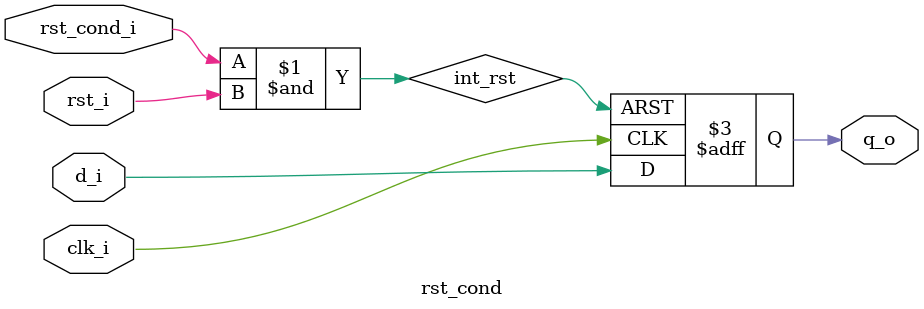
<source format=v>
`timescale 1ns / 1ps

module rst_cond(rst_i, rst_cond_i, clk_i, d_i, q_o);

input wire rst_cond_i;
input wire rst_i;
input wire clk_i;
input wire d_i;
output reg q_o;

wire int_rst;
assign int_rst = rst_cond_i & rst_i;

always @(posedge int_rst or posedge clk_i) begin
  if (int_rst) begin
    q_o <= 0;
  end else begin
    q_o <= d_i;
  end
end

endmodule

</source>
